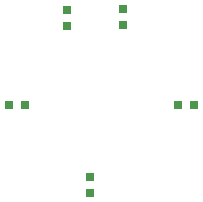
<source format=gbp>
G04*
G04 #@! TF.GenerationSoftware,Altium Limited,Altium Designer,18.1.9 (240)*
G04*
G04 Layer_Color=128*
%FSLAX43Y43*%
%MOMM*%
G71*
G01*
G75*
%ADD17R,0.750X0.800*%
%ADD46R,0.800X0.750*%
D17*
X31925Y40560D02*
D03*
X30575D02*
D03*
X16325Y40500D02*
D03*
X17675D02*
D03*
D46*
X25950Y48650D02*
D03*
Y47300D02*
D03*
X21200Y47225D02*
D03*
Y48575D02*
D03*
X23150Y33100D02*
D03*
Y34450D02*
D03*
M02*

</source>
